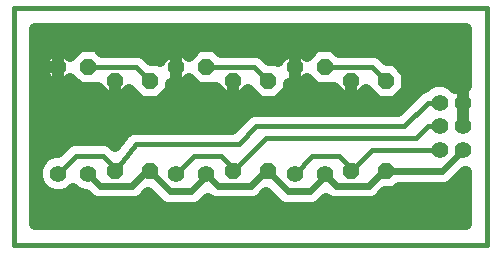
<source format=gtl>
G75*
%MOIN*%
%OFA0B0*%
%FSLAX24Y24*%
%IPPOS*%
%LPD*%
%AMOC8*
5,1,8,0,0,1.08239X$1,22.5*
%
%ADD10C,0.0160*%
%ADD11OC8,0.0520*%
%ADD12C,0.0551*%
%ADD13C,0.0554*%
%ADD14C,0.0400*%
%ADD15C,0.0240*%
D10*
X000837Y000694D02*
X016585Y000694D01*
X016585Y008568D01*
X000837Y008568D01*
X000837Y000694D01*
X002305Y003056D02*
X002896Y003646D01*
X003790Y003646D01*
X004183Y003253D01*
X004183Y003131D01*
X004896Y004040D01*
X008317Y004040D01*
X008908Y004631D01*
X013829Y004631D01*
X014616Y005418D01*
X015010Y005418D01*
X015010Y004631D02*
X014616Y004631D01*
X014223Y004237D01*
X009227Y004237D01*
X008120Y003131D01*
X008120Y003253D01*
X007727Y003646D01*
X006833Y003646D01*
X006242Y003056D01*
X005364Y003131D02*
X005242Y003131D01*
X007242Y003056D02*
X007242Y002965D01*
X009179Y003131D02*
X009301Y003131D01*
X010179Y003056D02*
X010770Y003646D01*
X011664Y003646D01*
X012057Y003253D01*
X012057Y003131D01*
X012770Y003843D01*
X015010Y003843D01*
X013238Y003131D02*
X013116Y003131D01*
X011179Y003056D02*
X011179Y002965D01*
X009301Y006131D02*
X008833Y006599D01*
X007242Y006599D01*
X005364Y006131D02*
X004896Y006599D01*
X003305Y006599D01*
X011179Y006599D02*
X012770Y006599D01*
X013238Y006131D01*
D11*
X013238Y006131D03*
X012057Y006131D03*
X011179Y006599D03*
X010179Y006599D03*
X009301Y006131D03*
X008120Y006131D03*
X007242Y006599D03*
X006242Y006599D03*
X005364Y006131D03*
X004183Y006131D03*
X003305Y006599D03*
X002305Y006599D03*
X004183Y003131D03*
X005364Y003131D03*
X008120Y003131D03*
X009301Y003131D03*
X012057Y003131D03*
X013238Y003131D03*
D12*
X011179Y003056D03*
X010179Y003056D03*
X007242Y003056D03*
X006242Y003056D03*
X003305Y003056D03*
X002305Y003056D03*
D13*
X015010Y003843D03*
X015797Y003843D03*
X015797Y004631D03*
X015010Y004631D03*
X015010Y005418D03*
X015797Y005418D03*
D14*
X015797Y005418D01*
X015797Y004631D01*
X015797Y004631D01*
X015797Y005208D01*
X015797Y005418D01*
X015797Y005995D01*
X015752Y005995D01*
X015662Y005981D01*
X015576Y005953D01*
X015519Y005924D01*
X015416Y006026D01*
X015153Y006135D01*
X014867Y006135D01*
X014604Y006026D01*
X014516Y005938D01*
X014513Y005938D01*
X014322Y005859D01*
X013614Y005151D01*
X008804Y005151D01*
X008613Y005072D01*
X008102Y004560D01*
X004967Y004560D01*
X004936Y004569D01*
X004864Y004560D01*
X004792Y004560D01*
X004763Y004548D01*
X004731Y004544D01*
X004668Y004509D01*
X004601Y004481D01*
X004579Y004458D01*
X004550Y004442D01*
X004506Y004386D01*
X004455Y004335D01*
X004443Y004305D01*
X004190Y003982D01*
X004084Y004087D01*
X003893Y004166D01*
X002792Y004166D01*
X002601Y004087D01*
X002455Y003941D01*
X002286Y003771D01*
X002163Y003771D01*
X001900Y003663D01*
X001699Y003461D01*
X001590Y003198D01*
X001590Y002914D01*
X001699Y002651D01*
X001900Y002449D01*
X002163Y002340D01*
X002448Y002340D01*
X002711Y002449D01*
X002805Y002544D01*
X002900Y002449D01*
X003163Y002340D01*
X003229Y002340D01*
X003382Y002187D01*
X003588Y002102D01*
X004885Y002102D01*
X005091Y002187D01*
X005303Y002400D01*
X005555Y002148D01*
X005713Y001991D01*
X005918Y001905D01*
X006854Y001905D01*
X007060Y001991D01*
X007288Y002219D01*
X007319Y002187D01*
X007525Y002102D01*
X008822Y002102D01*
X009028Y002187D01*
X009240Y002400D01*
X009492Y002148D01*
X009650Y001991D01*
X009855Y001905D01*
X010791Y001905D01*
X010997Y001991D01*
X011225Y002219D01*
X011256Y002187D01*
X011462Y002102D01*
X012759Y002102D01*
X012965Y002187D01*
X013208Y002431D01*
X013528Y002431D01*
X013668Y002571D01*
X015196Y002571D01*
X015402Y002656D01*
X015560Y002813D01*
X015872Y003126D01*
X015905Y003126D01*
X015905Y001374D01*
X001517Y001374D01*
X001517Y007888D01*
X015905Y007888D01*
X015905Y005985D01*
X015843Y005995D01*
X015797Y005995D01*
X015797Y005418D01*
X015797Y005418D01*
X015797Y005476D02*
X015797Y005476D01*
X015797Y005874D02*
X015797Y005874D01*
X015905Y006273D02*
X013938Y006273D01*
X013938Y006421D02*
X013528Y006831D01*
X013274Y006831D01*
X013064Y007040D01*
X012873Y007119D01*
X011649Y007119D01*
X011469Y007299D01*
X010889Y007299D01*
X010580Y006990D01*
X010411Y007159D01*
X010179Y007159D01*
X009947Y007159D01*
X009619Y006831D01*
X009619Y006803D01*
X009591Y006831D01*
X009337Y006831D01*
X009127Y007040D01*
X008936Y007119D01*
X007712Y007119D01*
X007532Y007299D01*
X006952Y007299D01*
X006643Y006990D01*
X006474Y007159D01*
X006242Y007159D01*
X006010Y007159D01*
X005682Y006831D01*
X005682Y006803D01*
X005654Y006831D01*
X005400Y006831D01*
X005190Y007040D01*
X004999Y007119D01*
X003775Y007119D01*
X003595Y007299D01*
X003015Y007299D01*
X002706Y006990D01*
X002537Y007159D01*
X002305Y007159D01*
X002073Y007159D01*
X001745Y006831D01*
X001745Y006599D01*
X001745Y006367D01*
X002073Y006039D01*
X002305Y006039D01*
X002305Y006599D01*
X001745Y006599D01*
X002305Y006599D01*
X002305Y006599D01*
X002305Y006599D01*
X002305Y006039D01*
X002537Y006039D01*
X002706Y006208D01*
X003015Y005899D01*
X003595Y005899D01*
X003623Y005927D01*
X003623Y005899D01*
X003951Y005571D01*
X004183Y005571D01*
X004183Y006079D01*
X004183Y006079D01*
X004183Y005571D01*
X004415Y005571D01*
X004675Y005830D01*
X005074Y005431D01*
X005654Y005431D01*
X006064Y005841D01*
X006064Y006039D01*
X006242Y006039D01*
X006242Y006599D01*
X006242Y006599D01*
X006242Y006039D01*
X006474Y006039D01*
X006643Y006208D01*
X006952Y005899D01*
X007532Y005899D01*
X007560Y005927D01*
X007560Y005899D01*
X007888Y005571D01*
X008120Y005571D01*
X008120Y006079D01*
X008120Y006079D01*
X008120Y005571D01*
X008352Y005571D01*
X008612Y005830D01*
X009011Y005431D01*
X009591Y005431D01*
X010001Y005841D01*
X010001Y006039D01*
X010179Y006039D01*
X010179Y006599D01*
X010179Y006599D01*
X010179Y006039D01*
X010411Y006039D01*
X010580Y006208D01*
X010889Y005899D01*
X011469Y005899D01*
X011497Y005927D01*
X011497Y005899D01*
X011825Y005571D01*
X012057Y005571D01*
X012057Y006079D01*
X012057Y006079D01*
X012057Y005571D01*
X012289Y005571D01*
X012549Y005830D01*
X012948Y005431D01*
X013528Y005431D01*
X013938Y005841D01*
X013938Y006421D01*
X013688Y006671D02*
X015905Y006671D01*
X015905Y007070D02*
X012993Y007070D01*
X012057Y005874D02*
X012057Y005874D01*
X011522Y005874D02*
X010001Y005874D01*
X010179Y006273D02*
X010179Y006273D01*
X010179Y006599D02*
X010179Y007159D01*
X010179Y006599D01*
X010179Y006599D01*
X010179Y006671D02*
X010179Y006671D01*
X010179Y007070D02*
X010179Y007070D01*
X009858Y007070D02*
X009056Y007070D01*
X010501Y007070D02*
X010660Y007070D01*
X008120Y005874D02*
X008120Y005874D01*
X007585Y005874D02*
X006064Y005874D01*
X006242Y006273D02*
X006242Y006273D01*
X006242Y006599D02*
X006242Y007159D01*
X006242Y006599D01*
X006242Y006599D01*
X006242Y006671D02*
X006242Y006671D01*
X006242Y007070D02*
X006242Y007070D01*
X005921Y007070D02*
X005119Y007070D01*
X006564Y007070D02*
X006723Y007070D01*
X004183Y005874D02*
X004183Y005874D01*
X003648Y005874D02*
X001517Y005874D01*
X001517Y005476D02*
X005029Y005476D01*
X005699Y005476D02*
X008966Y005476D01*
X009636Y005476D02*
X012903Y005476D01*
X013573Y005476D02*
X013939Y005476D01*
X013938Y005874D02*
X014359Y005874D01*
X015797Y005077D02*
X015797Y005077D01*
X015797Y004679D02*
X015797Y004679D01*
X015831Y003085D02*
X015905Y003085D01*
X015905Y002686D02*
X015432Y002686D01*
X015905Y002288D02*
X013065Y002288D01*
X015905Y001889D02*
X001517Y001889D01*
X001517Y001491D02*
X015905Y001491D01*
X009352Y002288D02*
X009128Y002288D01*
X005415Y002288D02*
X005191Y002288D01*
X003282Y002288D02*
X001517Y002288D01*
X001517Y002686D02*
X001684Y002686D01*
X001590Y003085D02*
X001517Y003085D01*
X001517Y003483D02*
X001721Y003483D01*
X001517Y003882D02*
X002396Y003882D01*
X001517Y004280D02*
X004423Y004280D01*
X001517Y004679D02*
X008220Y004679D01*
X008627Y005077D02*
X001517Y005077D01*
X001517Y006273D02*
X001840Y006273D01*
X002305Y006273D02*
X002305Y006273D01*
X002305Y006599D02*
X002305Y007159D01*
X002305Y006599D01*
X002305Y006599D01*
X002305Y006671D02*
X002305Y006671D01*
X001745Y006671D02*
X001517Y006671D01*
X001517Y007070D02*
X001984Y007070D01*
X002305Y007070D02*
X002305Y007070D01*
X002627Y007070D02*
X002786Y007070D01*
X001517Y007468D02*
X015905Y007468D01*
X015905Y007867D02*
X001517Y007867D01*
D15*
X005242Y003131D02*
X004774Y002662D01*
X003699Y002662D01*
X003305Y003056D01*
X005364Y003131D02*
X006030Y002465D01*
X006742Y002465D01*
X007242Y002965D01*
X007242Y003056D02*
X007636Y002662D01*
X008711Y002662D01*
X009179Y003131D01*
X009301Y003131D02*
X009967Y002465D01*
X010679Y002465D01*
X011179Y002965D01*
X011179Y003056D02*
X011573Y002662D01*
X012648Y002662D01*
X013116Y003131D01*
X013238Y003131D02*
X015085Y003131D01*
X015797Y003843D01*
M02*

</source>
